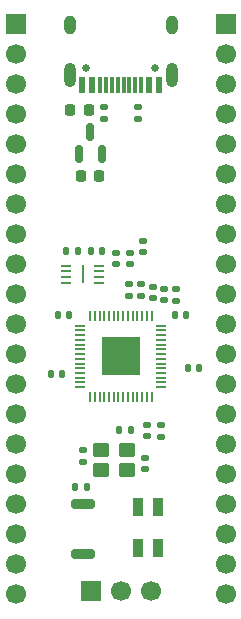
<source format=gbr>
%TF.GenerationSoftware,KiCad,Pcbnew,9.0.6*%
%TF.CreationDate,2025-12-05T22:59:02-07:00*%
%TF.ProjectId,HyperionDevBoard,48797065-7269-46f6-9e44-6576426f6172,rev?*%
%TF.SameCoordinates,Original*%
%TF.FileFunction,Soldermask,Top*%
%TF.FilePolarity,Negative*%
%FSLAX46Y46*%
G04 Gerber Fmt 4.6, Leading zero omitted, Abs format (unit mm)*
G04 Created by KiCad (PCBNEW 9.0.6) date 2025-12-05 22:59:02*
%MOMM*%
%LPD*%
G01*
G04 APERTURE LIST*
G04 Aperture macros list*
%AMRoundRect*
0 Rectangle with rounded corners*
0 $1 Rounding radius*
0 $2 $3 $4 $5 $6 $7 $8 $9 X,Y pos of 4 corners*
0 Add a 4 corners polygon primitive as box body*
4,1,4,$2,$3,$4,$5,$6,$7,$8,$9,$2,$3,0*
0 Add four circle primitives for the rounded corners*
1,1,$1+$1,$2,$3*
1,1,$1+$1,$4,$5*
1,1,$1+$1,$6,$7*
1,1,$1+$1,$8,$9*
0 Add four rect primitives between the rounded corners*
20,1,$1+$1,$2,$3,$4,$5,0*
20,1,$1+$1,$4,$5,$6,$7,0*
20,1,$1+$1,$6,$7,$8,$9,0*
20,1,$1+$1,$8,$9,$2,$3,0*%
G04 Aperture macros list end*
%ADD10RoundRect,0.140000X0.170000X-0.140000X0.170000X0.140000X-0.170000X0.140000X-0.170000X-0.140000X0*%
%ADD11RoundRect,0.140000X-0.170000X0.140000X-0.170000X-0.140000X0.170000X-0.140000X0.170000X0.140000X0*%
%ADD12RoundRect,0.225000X0.225000X0.250000X-0.225000X0.250000X-0.225000X-0.250000X0.225000X-0.250000X0*%
%ADD13RoundRect,0.140000X-0.140000X-0.170000X0.140000X-0.170000X0.140000X0.170000X-0.140000X0.170000X0*%
%ADD14RoundRect,0.135000X-0.185000X0.135000X-0.185000X-0.135000X0.185000X-0.135000X0.185000X0.135000X0*%
%ADD15RoundRect,0.250000X0.450000X0.350000X-0.450000X0.350000X-0.450000X-0.350000X0.450000X-0.350000X0*%
%ADD16R,1.700000X1.700000*%
%ADD17C,1.700000*%
%ADD18RoundRect,0.135000X0.135000X0.185000X-0.135000X0.185000X-0.135000X-0.185000X0.135000X-0.185000X0*%
%ADD19RoundRect,0.200000X0.800000X-0.200000X0.800000X0.200000X-0.800000X0.200000X-0.800000X-0.200000X0*%
%ADD20RoundRect,0.150000X0.150000X-0.587500X0.150000X0.587500X-0.150000X0.587500X-0.150000X-0.587500X0*%
%ADD21RoundRect,0.140000X0.140000X0.170000X-0.140000X0.170000X-0.140000X-0.170000X0.140000X-0.170000X0*%
%ADD22R,0.850000X1.600000*%
%ADD23RoundRect,0.135000X-0.135000X-0.185000X0.135000X-0.185000X0.135000X0.185000X-0.135000X0.185000X0*%
%ADD24C,0.650000*%
%ADD25R,0.600000X1.450000*%
%ADD26R,0.300000X1.450000*%
%ADD27O,1.000000X2.100000*%
%ADD28O,1.000000X1.600000*%
%ADD29RoundRect,0.062500X-0.387500X-0.062500X0.387500X-0.062500X0.387500X0.062500X-0.387500X0.062500X0*%
%ADD30R,0.200000X1.600000*%
%ADD31RoundRect,0.050000X-0.387500X-0.050000X0.387500X-0.050000X0.387500X0.050000X-0.387500X0.050000X0*%
%ADD32RoundRect,0.050000X-0.050000X-0.387500X0.050000X-0.387500X0.050000X0.387500X-0.050000X0.387500X0*%
%ADD33R,3.200000X3.200000*%
G04 APERTURE END LIST*
D10*
%TO.C,C16*%
X113670000Y-105770000D03*
X113670000Y-104810000D03*
%TD*%
D11*
%TO.C,C15*%
X108400000Y-104140000D03*
X108400000Y-105100000D03*
%TD*%
D12*
%TO.C,C14*%
X109775000Y-80900000D03*
X108225000Y-80900000D03*
%TD*%
%TO.C,C13*%
X108890000Y-75340000D03*
X107340000Y-75340000D03*
%TD*%
D11*
%TO.C,C10*%
X115000000Y-102020000D03*
X115000000Y-102980000D03*
%TD*%
D13*
%TO.C,C3*%
X116200000Y-92660000D03*
X117160000Y-92660000D03*
%TD*%
D14*
%TO.C,R3*%
X112260000Y-90080000D03*
X112260000Y-91100000D03*
%TD*%
D10*
%TO.C,C4*%
X115300000Y-91460000D03*
X115300000Y-90500000D03*
%TD*%
D15*
%TO.C,Y1*%
X112145000Y-104090000D03*
X109945000Y-104090000D03*
X109945000Y-105790000D03*
X112145000Y-105790000D03*
%TD*%
D16*
%TO.C,J3*%
X120490000Y-68070000D03*
D17*
X120490000Y-70610000D03*
X120490000Y-73150000D03*
X120490000Y-75690000D03*
X120490000Y-78230000D03*
X120490000Y-80770000D03*
X120490000Y-83310000D03*
X120490000Y-85850000D03*
X120490000Y-88390000D03*
X120490000Y-90930000D03*
X120490000Y-93470000D03*
X120490000Y-96010000D03*
X120490000Y-98550000D03*
X120490000Y-101090000D03*
X120490000Y-103630000D03*
X120490000Y-106170000D03*
X120490000Y-108710000D03*
X120490000Y-111250000D03*
X120490000Y-113790000D03*
X120490000Y-116330000D03*
%TD*%
D18*
%TO.C,R6*%
X108740000Y-107280000D03*
X107720000Y-107280000D03*
%TD*%
D10*
%TO.C,C11*%
X111200000Y-88380000D03*
X111200000Y-87420000D03*
%TD*%
D19*
%TO.C,SW1*%
X108400000Y-112890000D03*
X108400000Y-108690000D03*
%TD*%
D10*
%TO.C,C9*%
X113500000Y-87360000D03*
X113500000Y-86400000D03*
%TD*%
D16*
%TO.C,J2*%
X102710000Y-68070000D03*
D17*
X102710000Y-70610000D03*
X102710000Y-73150000D03*
X102710000Y-75690000D03*
X102710000Y-78230000D03*
X102710000Y-80770000D03*
X102710000Y-83310000D03*
X102710000Y-85850000D03*
X102710000Y-88390000D03*
X102710000Y-90930000D03*
X102710000Y-93470000D03*
X102710000Y-96010000D03*
X102710000Y-98550000D03*
X102710000Y-101090000D03*
X102710000Y-103630000D03*
X102710000Y-106170000D03*
X102710000Y-108710000D03*
X102710000Y-111250000D03*
X102710000Y-113790000D03*
X102710000Y-116330000D03*
%TD*%
D10*
%TO.C,C1*%
X116300000Y-91480000D03*
X116300000Y-90520000D03*
%TD*%
D20*
%TO.C,U4*%
X108070000Y-79035000D03*
X109970000Y-79035000D03*
X109020000Y-77160000D03*
%TD*%
D10*
%TO.C,C2*%
X112400000Y-88400000D03*
X112400000Y-87440000D03*
%TD*%
D21*
%TO.C,C7*%
X106610000Y-97710000D03*
X105650000Y-97710000D03*
%TD*%
%TO.C,C6*%
X107220000Y-92700000D03*
X106260000Y-92700000D03*
%TD*%
D13*
%TO.C,C5*%
X117280000Y-97180000D03*
X118240000Y-97180000D03*
%TD*%
D16*
%TO.C,J4*%
X109060000Y-116090000D03*
D17*
X111600000Y-116090000D03*
X114140000Y-116090000D03*
%TD*%
D11*
%TO.C,C8*%
X113800000Y-102000000D03*
X113800000Y-102960000D03*
%TD*%
D10*
%TO.C,C12*%
X114300000Y-91290000D03*
X114300000Y-90330000D03*
%TD*%
D22*
%TO.C,D1*%
X113025000Y-112450000D03*
X114775000Y-112450000D03*
X114775000Y-108950000D03*
X113025000Y-108950000D03*
%TD*%
D23*
%TO.C,R5*%
X111450000Y-102390000D03*
X112470000Y-102390000D03*
%TD*%
D24*
%TO.C,J1*%
X114470000Y-71800000D03*
X108690000Y-71800000D03*
D25*
X114830000Y-73245000D03*
X114030000Y-73245000D03*
D26*
X112830000Y-73245000D03*
X111830000Y-73245000D03*
X111330000Y-73245000D03*
X110330000Y-73245000D03*
D25*
X109130000Y-73245000D03*
X108330000Y-73245000D03*
X108330000Y-73245000D03*
X109130000Y-73245000D03*
D26*
X109830000Y-73245000D03*
X110830000Y-73245000D03*
X112330000Y-73245000D03*
X113330000Y-73245000D03*
D25*
X114030000Y-73245000D03*
X114830000Y-73245000D03*
D27*
X115900000Y-72330000D03*
D28*
X115900000Y-68150000D03*
D27*
X107260000Y-72330000D03*
D28*
X107260000Y-68150000D03*
%TD*%
D21*
%TO.C,C17*%
X110000000Y-87300000D03*
X109040000Y-87300000D03*
%TD*%
D14*
%TO.C,R1*%
X113060000Y-75060000D03*
X113060000Y-76080000D03*
%TD*%
%TO.C,R4*%
X113350000Y-90075000D03*
X113350000Y-91095000D03*
%TD*%
D29*
%TO.C,U3*%
X106942102Y-88500000D03*
X106942102Y-89000000D03*
X106942102Y-89500000D03*
X106942102Y-90000000D03*
X109792102Y-90000000D03*
X109792102Y-89500000D03*
X109792102Y-89000000D03*
X109792102Y-88500000D03*
D30*
X108367102Y-89250000D03*
%TD*%
D14*
%TO.C,R2*%
X110190000Y-75050000D03*
X110190000Y-76070000D03*
%TD*%
D23*
%TO.C,R7*%
X106970000Y-87310000D03*
X107990000Y-87310000D03*
%TD*%
D31*
%TO.C,U1*%
X108162500Y-93600000D03*
X108162500Y-94000000D03*
X108162500Y-94400000D03*
X108162500Y-94800000D03*
X108162500Y-95200000D03*
X108162500Y-95600000D03*
X108162500Y-96000000D03*
X108162500Y-96400000D03*
X108162500Y-96800000D03*
X108162500Y-97200000D03*
X108162500Y-97600000D03*
X108162500Y-98000000D03*
X108162500Y-98400000D03*
X108162500Y-98800000D03*
D32*
X109000000Y-99637500D03*
X109400000Y-99637500D03*
X109800000Y-99637500D03*
X110200000Y-99637500D03*
X110600000Y-99637500D03*
X111000000Y-99637500D03*
X111400000Y-99637500D03*
X111800000Y-99637500D03*
X112200000Y-99637500D03*
X112600000Y-99637500D03*
X113000000Y-99637500D03*
X113400000Y-99637500D03*
X113800000Y-99637500D03*
X114200000Y-99637500D03*
D31*
X115037500Y-98800000D03*
X115037500Y-98400000D03*
X115037500Y-98000000D03*
X115037500Y-97600000D03*
X115037500Y-97200000D03*
X115037500Y-96800000D03*
X115037500Y-96400000D03*
X115037500Y-96000000D03*
X115037500Y-95600000D03*
X115037500Y-95200000D03*
X115037500Y-94800000D03*
X115037500Y-94400000D03*
X115037500Y-94000000D03*
X115037500Y-93600000D03*
D32*
X114200000Y-92762500D03*
X113800000Y-92762500D03*
X113400000Y-92762500D03*
X113000000Y-92762500D03*
X112600000Y-92762500D03*
X112200000Y-92762500D03*
X111800000Y-92762500D03*
X111400000Y-92762500D03*
X111000000Y-92762500D03*
X110600000Y-92762500D03*
X110200000Y-92762500D03*
X109800000Y-92762500D03*
X109400000Y-92762500D03*
X109000000Y-92762500D03*
D33*
X111600000Y-96200000D03*
%TD*%
M02*

</source>
